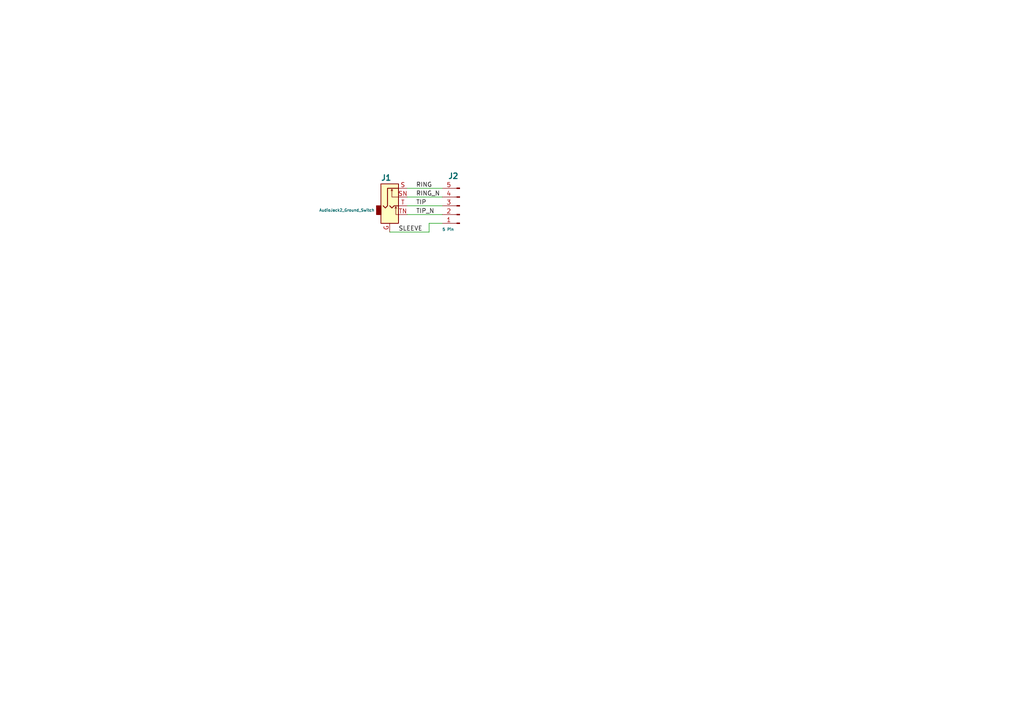
<source format=kicad_sch>
(kicad_sch (version 20250114) (generator "eeschema") (generator_version "9.0")
  (paper "A4")
  (lib_symbols
    (symbol "CM_Connector_Audio:AudioJack2_Ground_Switch"
      (property "Reference" "J" (at -2.286 7.874 0))
      (property "Value" "AudioJack2_Ground_Switch" (at 10.922 -4.572 0))
      (symbol "AudioJack2_Ground_Switch_0_1"
        (rectangle (start -2.54 -2.54) (end -3.81 0) (stroke (width 0.254)) (fill (type outline)))
        (rectangle (start 2.54 6.35) (end -2.54 -5.08) (stroke (width 0.254)) (fill (type background)))
      )
      (symbol "AudioJack2_Ground_Switch_1_1"
        (polyline (pts (xy 0 0) (xy 0.635 -0.635) (xy 1.27 0) (xy 2.54 0)) (stroke (width 0.254)))
        (polyline (pts (xy 0.635 4.826) (xy 0.889 4.318)))
        (polyline (pts (xy 1.778 -0.254) (xy 2.032 -0.762)))
        (polyline (pts (xy 2.54 5.08) (xy -0.635 5.08) (xy -0.635 0) (xy -1.27 -0.635) (xy -1.905 0)) (stroke (width 0.254)))
        (polyline (pts (xy 2.54 2.54) (xy 0.635 2.54) (xy 0.635 4.826) (xy 0.381 4.318)))
        (polyline (pts (xy 2.54 -2.54) (xy 1.778 -2.54) (xy 1.778 -0.254) (xy 1.524 -0.762)))
        (pin passive line (at 0 -7.62 90) (length 2.54) (name "~") (number "G"))
        (pin passive line (at 5.08 5.08 180) (length 2.54) (name "~") (number "S"))
        (pin passive line (at 5.08 2.54 180) (length 2.54) (name "~") (number "SN"))
        (pin passive line (at 5.08 0 180) (length 2.54) (name "~") (number "T"))
        (pin passive line (at 5.08 -2.54 180) (length 2.54) (name "~") (number "TN"))
      )
    )
    (symbol "Connector:Conn_01x05_Pin" (pin_names (offset 1.016) (hide yes))
      (property "Reference" "J" (at 0 7.62 0))
      (property "Value" "Conn_01x05_Pin" (at 0 -7.62 0))
      (symbol "Conn_01x05_Pin_1_1"
        (rectangle (start 0.8636 5.207) (end 0 4.953) (stroke (width 0.1524)) (fill (type outline)))
        (rectangle (start 0.8636 2.667) (end 0 2.413) (stroke (width 0.1524)) (fill (type outline)))
        (rectangle (start 0.8636 0.127) (end 0 -0.127) (stroke (width 0.1524)) (fill (type outline)))
        (rectangle (start 0.8636 -2.413) (end 0 -2.667) (stroke (width 0.1524)) (fill (type outline)))
        (rectangle (start 0.8636 -4.953) (end 0 -5.207) (stroke (width 0.1524)) (fill (type outline)))
        (polyline (pts (xy 1.27 5.08) (xy 0.8636 5.08)) (stroke (width 0.1524)))
        (polyline (pts (xy 1.27 2.54) (xy 0.8636 2.54)) (stroke (width 0.1524)))
        (polyline (pts (xy 1.27 0) (xy 0.8636 0)) (stroke (width 0.1524)))
        (polyline (pts (xy 1.27 -2.54) (xy 0.8636 -2.54)) (stroke (width 0.1524)))
        (polyline (pts (xy 1.27 -5.08) (xy 0.8636 -5.08)) (stroke (width 0.1524)))
        (pin passive line (at 5.08 5.08 180) (length 3.81) (name "Pin_1") (number "1"))
        (pin passive line (at 5.08 2.54 180) (length 3.81) (name "Pin_2") (number "2"))
        (pin passive line (at 5.08 0 180) (length 3.81) (name "Pin_3") (number "3"))
        (pin passive line (at 5.08 -2.54 180) (length 3.81) (name "Pin_4") (number "4"))
        (pin passive line (at 5.08 -5.08 180) (length 3.81) (name "Pin_5") (number "5"))
      )
    )
  )
  (wire (pts (xy 124.46 64.77) (xy 128.27 64.77)))
  (wire (pts (xy 124.46 67.31) (xy 124.46 64.77)))
  (wire (pts (xy 118.11 62.23) (xy 128.27 62.23)))
  (wire (pts (xy 113.03 67.31) (xy 124.46 67.31)))
  (wire (pts (xy 118.11 54.61) (xy 128.27 54.61)))
  (wire (pts (xy 118.11 57.15) (xy 128.27 57.15)))
  (wire (pts (xy 118.11 59.69) (xy 128.27 59.69)))
  (label "RING" (at 120.65 54.61 0))
  (label "RING_N" (at 120.65 57.15 0))
  (label "SLEEVE" (at 115.57 67.31 0))
  (label "TIP" (at 120.65 59.69 0))
  (label "TIP_N" (at 120.65 62.23 0))
  (symbol (lib_id "Connector:Conn_01x05_Pin") (at 133.35 59.69 180) (unit 1)
    (property "Reference" "J2" (at 129.794 51.054 0) (effects (font (size 1.6 1.6) (thickness 0.32) (bold yes)) (justify right)))
    (property "Value" "5 Pin" (at 128.27 66.548 0) (effects (font (size 0.8 0.8)) (justify right)))
    (property "Footprint" "Connector_PinHeader_2.54mm:PinHeader_1x05_P2.54mm_Vertical" (effects (hide yes)))
    (property "Description" "Generic connector, single row, 01x05, script generated" (effects (hide yes)))
  )
  (symbol (lib_id "CM_Connector_Audio:AudioJack2_Ground_Switch") (at 113.03 59.69 0) (unit 1)
    (property "Reference" "J1" (at 112.014 51.562 0) (effects (font (size 1.6 1.6) (thickness 0.32) (bold yes))))
    (property "Value" "AudioJack2_Ground_Switch" (at 100.584 60.96 0) (effects (font (size 0.8 0.8))))
    (property "Description" "Audio Jack, 2 Poles (Mono / TS), Grounded Sleeve, Switched Pole (Normalling)" (effects (hide yes)))
  )
)
</source>
